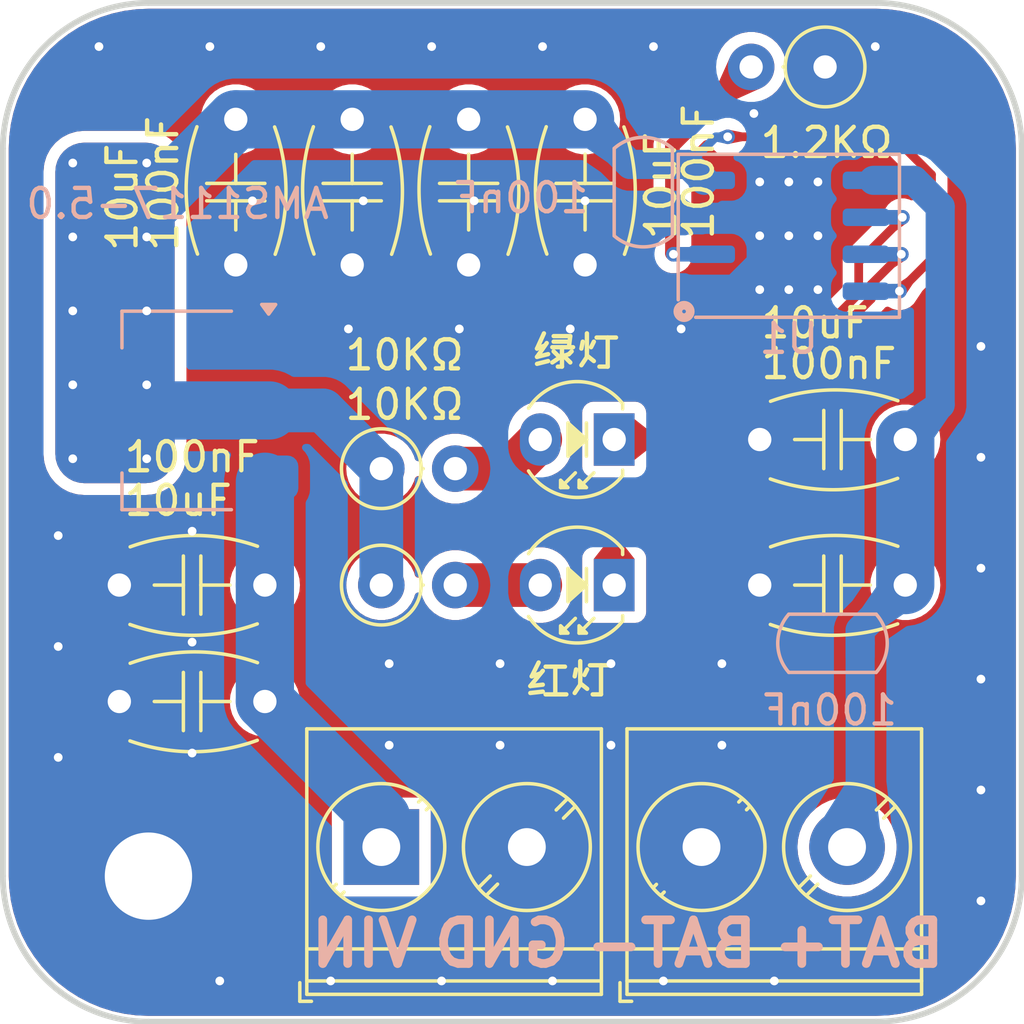
<source format=kicad_pcb>
(kicad_pcb (version 20240108) (generator "pcbnew") (generator_version "8.0")
  (layers (0 "F.Cu" signal) (31 "B.Cu" signal) (34 "B.Paste" user) (35 "F.Paste" user) (36 "B.SilkS" user "B.Silkscreen") (37 "F.SilkS" user "F.Silkscreen") (38 "B.Mask" user) (39 "F.Mask" user) (44 "Edge.Cuts" user))
  (net 0 "")
  (net 1 "GND")
  (net 2 "BAT")
  (net 3 "VCC")
  (net 4 "Net-(LED1-K)")
  (net 5 "Net-(LED1-A)")
  (net 6 "Net-(LED2-A)")
  (net 7 "Net-(LED2-K)")
  (net 8 "Net-(U1-PROG)")
  (net 9 "VIN")
  (footprint "PCM_LED_THT_AKL:LED_D3.0mm" (layer "F.Cu") (at 116 120 180)
    (property "Reference" "LED1" (hide yes))
    (property "Value" "红灯" (at 1.5 -3.3 0) (layer "F.SilkS"))
    (fp_line (start 1.3335 -1.143) (end 1.8415 -1.651) (stroke (width 0.12)) (layer "F.SilkS"))
    (fp_line (start 0.9525 -0.5715) (end 0.9525 0.5715) (stroke (width 0.12)) (layer "F.SilkS"))
    (fp_line (start 0.6985 -1.143) (end 1.2065 -1.651) (stroke (width 0.12)) (layer "F.SilkS"))
    (fp_line (start -0.29 1.05) (end -0.29 1.236) (stroke (width 0.12)) (layer "F.SilkS"))
    (fp_line (start -0.29 -1.236) (end -0.29 -1.05) (stroke (width 0.12)) (layer "F.SilkS"))
    (fp_arc (start 2.942335 1.078608) (mid 1.366487 1.987659) (end -0.29 1.235516) (stroke (width 0.12)) (layer "F.SilkS"))
    (fp_arc (start -0.29 -1.235516) (mid 1.366487 -1.987659) (end 2.942335 -1.078608) (stroke (width 0.12)) (layer "F.SilkS"))
    (fp_poly (pts (xy 1.8415 -1.397) (xy 1.5875 -1.651) (xy 1.8415 -1.651)) (stroke (width 0.12)) (fill solid) (layer "F.SilkS"))
    (fp_poly (pts (xy 1.5875 0.5715) (xy 0.9525 0) (xy 1.5875 -0.5715)) (stroke (width 0.12)) (fill solid) (layer "F.SilkS"))
    (fp_poly (pts (xy 1.2065 -1.397) (xy 0.9525 -1.651) (xy 1.2065 -1.651)) (stroke (width 0.12)) (fill solid) (layer "F.SilkS"))
    (pad "1" thru_hole rect (at 0 0 180) (size 1.4 1.8) (drill 0.8) (layers "*.Cu" "*.Mask") (net 4 "Net-(LED1-K)"))
    (pad "2" thru_hole oval (at 2.54 0 180) (size 1.4 1.8) (drill 0.8) (layers "*.Cu" "*.Mask") (net 5 "Net-(LED1-A)"))
  )
  (footprint "PCM_Resistor_THT_AKL:R_Axial_DIN0207_L6.3mm_D2.5mm_P2.54mm_Vertical" (layer "F.Cu") (at 123.245 102.2 180)
    (property "Reference" "R1" (hide yes))
    (property "Value" "1.2KΩ" (at -0.055 -2.6 0) (layer "F.SilkS"))
    (fp_line (start 1.37 0) (end 1.44 0) (stroke (width 0.12)) (layer "F.SilkS"))
    (fp_circle (center 0 0) (end 1.37 0) (stroke (width 0.12)) (fill none) (layer "F.SilkS"))
    (pad "1" thru_hole circle (at 0 0 180) (size 1.6 1.6) (drill 0.8) (layers "*.Cu" "*.Mask") (net 1 "GND"))
    (pad "2" thru_hole oval (at 2.54 0 180) (size 1.6 1.6) (drill 0.8) (layers "*.Cu" "*.Mask") (net 8 "Net-(U1-PROG)"))
  )
  (footprint "TerminalBlock_Phoenix:TerminalBlock_Phoenix_PT-1,5-2-5.0-H_1x02_P5.00mm_Horizontal" (layer "F.Cu") (at 108 129)
    (property "Reference" "P2" (hide yes))
    (property "Value" "Screw_Terminal_2_P5.00mm" (hide yes))
    (fp_line (start -2.8 4.66) (end -2.8 5.3) (stroke (width 0.12)) (layer "F.SilkS"))
    (fp_line (start -2.8 5.3) (end -2.4 5.3) (stroke (width 0.12)) (layer "F.SilkS"))
    (fp_line (start -2.56 -4.06) (end -2.56 5.06) (stroke (width 0.12)) (layer "F.SilkS"))
    (fp_line (start -2.56 -4.06) (end 7.56 -4.06) (stroke (width 0.12)) (layer "F.SilkS"))
    (fp_line (start -2.56 3.5) (end 7.56 3.5) (stroke (width 0.12)) (layer "F.SilkS"))
    (fp_line (start -2.56 4.6) (end 7.56 4.6) (stroke (width 0.12)) (layer "F.SilkS"))
    (fp_line (start -2.56 5.06) (end 7.56 5.06) (stroke (width 0.12)) (layer "F.SilkS"))
    (fp_line (start -1.548 1.281) (end -1.654 1.388) (stroke (width 0.12)) (layer "F.SilkS"))
    (fp_line (start -1.282 1.547) (end -1.388 1.654) (stroke (width 0.12)) (layer "F.SilkS"))
    (fp_line (start 1.388 -1.654) (end 1.281 -1.547) (stroke (width 0.12)) (layer "F.SilkS"))
    (fp_line (start 1.654 -1.388) (end 1.547 -1.281) (stroke (width 0.12)) (layer "F.SilkS"))
    (fp_line (start 3.742 0.992) (end 3.347 1.388) (stroke (width 0.12)) (layer "F.SilkS"))
    (fp_line (start 3.993 1.274) (end 3.613 1.654) (stroke (width 0.12)) (layer "F.SilkS"))
    (fp_line (start 6.388 -1.654) (end 6.008 -1.274) (stroke (width 0.12)) (layer "F.SilkS"))
    (fp_line (start 6.654 -1.388) (end 6.259 -0.992) (stroke (width 0.12)) (layer "F.SilkS"))
    (fp_line (start 7.56 -4.06) (end 7.56 5.06) (stroke (width 0.12)) (layer "F.SilkS"))
    (fp_circle (center 0 0) (end 2.18 0) (stroke (width 0.12)) (fill none) (layer "F.SilkS"))
    (fp_circle (center 5 0) (end 7.18 0) (stroke (width 0.12)) (fill none) (layer "F.SilkS"))
    (pad "1" thru_hole rect (at 0 0) (size 2.6 2.6) (drill 1.3) (layers "*.Cu" "*.Mask") (net 9 "VIN"))
    (pad "2" thru_hole circle (at 5 0) (size 2.6 2.6) (drill 1.3) (layers "*.Cu" "*.Mask") (net 1 "GND"))
  )
  (footprint "PCM_Capacitor_THT_US_AKL:C_Disc_D5.1mm_W3.2mm_P5.00mm" (layer "F.Cu") (at 126 115 180)
    (property "Reference" "C1" (hide yes))
    (property "Value" "10uF" (at 3.1 4 0) (layer "F.SilkS"))
    (fp_line (start 2.8 0) (end 3.8 0) (stroke (width 0.12)) (layer "F.SilkS"))
    (fp_line (start 2.8 -1) (end 2.8 1) (stroke (width 0.12)) (layer "F.SilkS"))
    (fp_line (start 2.2 0) (end 2.2 1) (stroke (width 0.12)) (layer "F.SilkS"))
    (fp_line (start 2.2 0) (end 2.2 -1) (stroke (width 0.12)) (layer "F.SilkS"))
    (fp_line (start 1.2 0) (end 2.2 0) (stroke (width 0.12)) (layer "F.SilkS"))
    (fp_arc (start 4.628144 1.313323) (mid 2.44283 1.704462) (end 0.254 1.3335) (stroke (width 0.12)) (layer "F.SilkS"))
    (fp_arc (start 0.261356 -1.3335) (mid 2.44667 -1.724639) (end 4.6355 -1.353676) (stroke (width 0.12)) (layer "F.SilkS"))
    (pad "1" thru_hole circle (at 0 0 180) (size 1.6 1.6) (drill 0.8) (layers "*.Cu" "*.Mask") (net 2 "BAT"))
    (pad "2" thru_hole circle (at 5 0 180) (size 1.6 1.6) (drill 0.8) (layers "*.Cu" "*.Mask") (net 1 "GND"))
  )
  (footprint "PCM_Capacitor_THT_US_AKL:C_Disc_D5.1mm_W3.2mm_P5.00mm" (layer "F.Cu") (at 103 104 -90)
    (property "Reference" "C9" (hide yes))
    (property "Value" "10uF" (at 2.676191 3.9 -90) (layer "F.SilkS"))
    (fp_line (start 1.2 0) (end 2.2 0) (stroke (width 0.12)) (layer "F.SilkS"))
    (fp_line (start 2.2 0) (end 2.2 1) (stroke (width 0.12)) (layer "F.SilkS"))
    (fp_line (start 2.2 0) (end 2.2 -1) (stroke (width 0.12)) (layer "F.SilkS"))
    (fp_line (start 2.8 0) (end 3.8 0) (stroke (width 0.12)) (layer "F.SilkS"))
    (fp_line (start 2.8 -1) (end 2.8 1) (stroke (width 0.12)) (layer "F.SilkS"))
    (fp_arc (start 4.628144 1.313323) (mid 2.44283 1.704462) (end 0.254 1.3335) (stroke (width 0.12)) (layer "F.SilkS"))
    (fp_arc (start 0.261356 -1.3335) (mid 2.44667 -1.724639) (end 4.6355 -1.353676) (stroke (width 0.12)) (layer "F.SilkS"))
    (pad "1" thru_hole circle (at 0 0 270) (size 1.6 1.6) (drill 0.8) (layers "*.Cu" "*.Mask") (net 3 "VCC"))
    (pad "2" thru_hole circle (at 5 0 270) (size 1.6 1.6) (drill 0.8) (layers "*.Cu" "*.Mask") (net 1 "GND"))
  )
  (footprint "PCM_Capacitor_THT_US_AKL:C_Disc_D5.1mm_W3.2mm_P5.00mm" (layer "F.Cu") (at 104 120 180)
    (property "Reference" "C8" (hide yes))
    (property "Value" "100nF" (at 2.5 4.4 180) (layer "F.SilkS"))
    (fp_line (start 2.8 0) (end 3.8 0) (stroke (width 0.12)) (layer "F.SilkS"))
    (fp_line (start 2.8 -1) (end 2.8 1) (stroke (width 0.12)) (layer "F.SilkS"))
    (fp_line (start 2.2 0) (end 2.2 1) (stroke (width 0.12)) (layer "F.SilkS"))
    (fp_line (start 2.2 0) (end 2.2 -1) (stroke (width 0.12)) (layer "F.SilkS"))
    (fp_line (start 1.2 0) (end 2.2 0) (stroke (width 0.12)) (layer "F.SilkS"))
    (fp_arc (start 4.628144 1.313323) (mid 2.44283 1.704462) (end 0.254 1.3335) (stroke (width 0.12)) (layer "F.SilkS"))
    (fp_arc (start 0.261356 -1.3335) (mid 2.44667 -1.724639) (end 4.6355 -1.353676) (stroke (width 0.12)) (layer "F.SilkS"))
    (pad "1" thru_hole circle (at 0 0 180) (size 1.6 1.6) (drill 0.8) (layers "*.Cu" "*.Mask") (net 9 "VIN"))
    (pad "2" thru_hole circle (at 5 0 180) (size 1.6 1.6) (drill 0.8) (layers "*.Cu" "*.Mask") (net 1 "GND"))
  )
  (footprint "MountingHole:MountingHole_3mm_Pad" (layer "F.Cu") (at 100 130)
    (property "Reference" "H1" (hide yes))
    (property "Value" "~" (hide yes))
    (pad "1" thru_hole circle (at 0 0) (size 6 6) (drill 3) (layers "*.Cu" "*.Mask") (net 1 "GND"))
  )
  (footprint "PCM_Capacitor_THT_US_AKL:C_Disc_D5.1mm_W3.2mm_P5.00mm" (layer "F.Cu") (at 115 104 -90)
    (property "Reference" "C5" (hide yes))
    (property "Value" "100nF" (at 1.8 -3.9 -90) (layer "F.SilkS"))
    (fp_line (start 1.2 0) (end 2.2 0) (stroke (width 0.12)) (layer "F.SilkS"))
    (fp_line (start 2.2 0) (end 2.2 1) (stroke (width 0.12)) (layer "F.SilkS"))
    (fp_line (start 2.2 0) (end 2.2 -1) (stroke (width 0.12)) (layer "F.SilkS"))
    (fp_line (start 2.8 0) (end 3.8 0) (stroke (width 0.12)) (layer "F.SilkS"))
    (fp_line (start 2.8 -1) (end 2.8 1) (stroke (width 0.12)) (layer "F.SilkS"))
    (fp_arc (start 4.628144 1.313323) (mid 2.44283 1.704462) (end 0.254 1.3335) (stroke (width 0.12)) (layer "F.SilkS"))
    (fp_arc (start 0.261356 -1.3335) (mid 2.44667 -1.724639) (end 4.6355 -1.353676) (stroke (width 0.12)) (layer "F.SilkS"))
    (pad "1" thru_hole circle (at 0 0 270) (size 1.6 1.6) (drill 0.8) (layers "*.Cu" "*.Mask") (net 3 "VCC"))
    (pad "2" thru_hole circle (at 5 0 270) (size 1.6 1.6) (drill 0.8) (layers "*.Cu" "*.Mask") (net 1 "GND"))
  )
  (footprint "PCM_Resistor_THT_AKL:R_Axial_DIN0207_L6.3mm_D2.5mm_P2.54mm_Vertical" (layer "F.Cu") (at 108 120)
    (property "Reference" "R2" (hide yes))
    (property "Value" "10KΩ" (at 0.8 -6.2 0) (layer "F.SilkS"))
    (fp_line (start 1.37 0) (end 1.44 0) (stroke (width 0.12)) (layer "F.SilkS"))
    (fp_circle (center 0 0) (end 1.37 0) (stroke (width 0.12)) (fill none) (layer "F.SilkS"))
    (pad "1" thru_hole circle (at 0 0) (size 1.6 1.6) (drill 0.8) (layers "*.Cu" "*.Mask") (net 3 "VCC"))
    (pad "2" thru_hole oval (at 2.54 0) (size 1.6 1.6) (drill 0.8) (layers "*.Cu" "*.Mask") (net 5 "Net-(LED1-A)"))
  )
  (footprint "PCM_Capacitor_THT_US_AKL:C_Disc_D5.1mm_W3.2mm_P5.00mm" (layer "F.Cu") (at 107 104 -90)
    (property "Reference" "C10" (hide yes))
    (property "Value" "100nF" (at 2.2 6.5 -90) (layer "F.SilkS"))
    (fp_line (start 1.2 0) (end 2.2 0) (stroke (width 0.12)) (layer "F.SilkS"))
    (fp_line (start 2.2 0) (end 2.2 1) (stroke (width 0.12)) (layer "F.SilkS"))
    (fp_line (start 2.2 0) (end 2.2 -1) (stroke (width 0.12)) (layer "F.SilkS"))
    (fp_line (start 2.8 0) (end 3.8 0) (stroke (width 0.12)) (layer "F.SilkS"))
    (fp_line (start 2.8 -1) (end 2.8 1) (stroke (width 0.12)) (layer "F.SilkS"))
    (fp_arc (start 4.628144 1.313323) (mid 2.44283 1.704462) (end 0.254 1.3335) (stroke (width 0.12)) (layer "F.SilkS"))
    (fp_arc (start 0.261356 -1.3335) (mid 2.44667 -1.724639) (end 4.6355 -1.353676) (stroke (width 0.12)) (layer "F.SilkS"))
    (pad "1" thru_hole circle (at 0 0 270) (size 1.6 1.6) (drill 0.8) (layers "*.Cu" "*.Mask") (net 3 "VCC"))
    (pad "2" thru_hole circle (at 5 0 270) (size 1.6 1.6) (drill 0.8) (layers "*.Cu" "*.Mask") (net 1 "GND"))
  )
  (footprint "TerminalBlock_Phoenix:TerminalBlock_Phoenix_PT-1,5-2-5.0-H_1x02_P5.00mm_Horizontal" (layer "F.Cu") (at 119 129)
    (property "Reference" "P1" (hide yes))
    (property "Value" "Screw_Terminal_2_P5.00mm" (hide yes))
    (fp_line (start -2.8 4.66) (end -2.8 5.3) (stroke (width 0.12)) (layer "F.SilkS"))
    (fp_line (start -2.8 5.3) (end -2.4 5.3) (stroke (width 0.12)) (layer "F.SilkS"))
    (fp_line (start -2.56 -4.06) (end -2.56 5.06) (stroke (width 0.12)) (layer "F.SilkS"))
    (fp_line (start -2.56 -4.06) (end 7.56 -4.06) (stroke (width 0.12)) (layer "F.SilkS"))
    (fp_line (start -2.56 3.5) (end 7.56 3.5) (stroke (width 0.12)) (layer "F.SilkS"))
    (fp_line (start -2.56 4.6) (end 7.56 4.6) (stroke (width 0.12)) (layer "F.SilkS"))
    (fp_line (start -2.56 5.06) (end 7.56 5.06) (stroke (width 0.12)) (layer "F.SilkS"))
    (fp_line (start -1.548 1.281) (end -1.654 1.388) (stroke (width 0.12)) (layer "F.SilkS"))
    (fp_line (start -1.282 1.547) (end -1.388 1.654) (stroke (width 0.12)) (layer "F.SilkS"))
    (fp_line (start 1.388 -1.654) (end 1.281 -1.547) (stroke (width 0.12)) (layer "F.SilkS"))
    (fp_line (start 1.654 -1.388) (end 1.547 -1.281) (stroke (width 0.12)) (layer "F.SilkS"))
    (fp_line (start 3.742 0.992) (end 3.347 1.388) (stroke (width 0.12)) (layer "F.SilkS"))
    (fp_line (start 3.993 1.274) (end 3.613 1.654) (stroke (width 0.12)) (layer "F.SilkS"))
    (fp_line (start 6.388 -1.654) (end 6.008 -1.274) (stroke (width 0.12)) (layer "F.SilkS"))
    (fp_line (start 6.654 -1.388) (end 6.259 -0.992) (stroke (width 0.12)) (layer "F.SilkS"))
    (fp_line (start 7.56 -4.06) (end 7.56 5.06) (stroke (width 0.12)) (layer "F.SilkS"))
    (fp_circle (center 0 0) (end 2.18 0) (stroke (width 0.12)) (fill none) (layer "F.SilkS"))
    (fp_circle (center 5 0) (end 7.18 0) (stroke (width 0.12)) (fill none) (layer "F.SilkS"))
    (pad "1" thru_hole rect (at 0 0) (size 2.6 2.6) (drill 1.3) (layers "*.Cu" "*.Mask") (net 1 "GND"))
    (pad "2" thru_hole circle (at 5 0) (size 2.6 2.6) (drill 1.3) (layers "*.Cu" "*.Mask") (net 2 "BAT"))
  )
  (footprint "PCM_Capacitor_THT_US_AKL:C_Disc_D5.1mm_W3.2mm_P5.00mm" (layer "F.Cu") (at 126 120 180)
    (property "Reference" "C2" (hide yes))
    (property "Value" "100nF" (at 2.623809 7.6 0) (layer "F.SilkS"))
    (fp_line (start 2.8 0) (end 3.8 0) (stroke (width 0.12)) (layer "F.SilkS"))
    (fp_line (start 2.8 -1) (end 2.8 1) (stroke (width 0.12)) (layer "F.SilkS"))
    (fp_line (start 2.2 0) (end 2.2 1) (stroke (width 0.12)) (layer "F.SilkS"))
    (fp_line (start 2.2 0) (end 2.2 -1) (stroke (width 0.12)) (layer "F.SilkS"))
    (fp_line (start 1.2 0) (end 2.2 0) (stroke (width 0.12)) (layer "F.SilkS"))
    (fp_arc (start 4.628144 1.313323) (mid 2.44283 1.704462) (end 0.254 1.3335) (stroke (width 0.12)) (layer "F.SilkS"))
    (fp_arc (start 0.261356 -1.3335) (mid 2.44667 -1.724639) (end 4.6355 -1.353676) (stroke (width 0.12)) (layer "F.SilkS"))
    (pad "1" thru_hole circle (at 0 0 180) (size 1.6 1.6) (drill 0.8) (layers "*.Cu" "*.Mask") (net 2 "BAT"))
    (pad "2" thru_hole circle (at 5 0 180) (size 1.6 1.6) (drill 0.8) (layers "*.Cu" "*.Mask") (net 1 "GND"))
  )
  (footprint "PCM_Capacitor_THT_US_AKL:C_Disc_D5.1mm_W3.2mm_P5.00mm" (layer "F.Cu") (at 111 104 -90)
    (property "Reference" "C4" (hide yes))
    (property "Value" "10uF" (at 2.276191 -6.6 -90) (layer "F.SilkS"))
    (fp_line (start 1.2 0) (end 2.2 0) (stroke (width 0.12)) (layer "F.SilkS"))
    (fp_line (start 2.2 0) (end 2.2 1) (stroke (width 0.12)) (layer "F.SilkS"))
    (fp_line (start 2.2 0) (end 2.2 -1) (stroke (width 0.12)) (layer "F.SilkS"))
    (fp_line (start 2.8 0) (end 3.8 0) (stroke (width 0.12)) (layer "F.SilkS"))
    (fp_line (start 2.8 -1) (end 2.8 1) (stroke (width 0.12)) (layer "F.SilkS"))
    (fp_arc (start 4.628144 1.313323) (mid 2.44283 1.704462) (end 0.254 1.3335) (stroke (width 0.12)) (layer "F.SilkS"))
    (fp_arc (start 0.261356 -1.3335) (mid 2.44667 -1.724639) (end 4.6355 -1.353676) (stroke (width 0.12)) (layer "F.SilkS"))
    (pad "1" thru_hole circle (at 0 0 270) (size 1.6 1.6) (drill 0.8) (layers "*.Cu" "*.Mask") (net 3 "VCC"))
    (pad "2" thru_hole circle (at 5 0 270) (size 1.6 1.6) (drill 0.8) (layers "*.Cu" "*.Mask") (net 1 "GND"))
  )
  (footprint "PCM_Resistor_THT_AKL:R_Axial_DIN0207_L6.3mm_D2.5mm_P2.54mm_Vertical" (layer "F.Cu") (at 108 116)
    (property "Reference" "R5" (hide yes))
    (property "Value" "10KΩ" (at 0.8 -3.9 0) (layer "F.SilkS"))
    (fp_line (start 1.37 0) (end 1.44 0) (stroke (width 0.12)) (layer "F.SilkS"))
    (fp_circle (center 0 0) (end 1.37 0) (stroke (width 0.12)) (fill none) (layer "F.SilkS"))
    (pad "1" thru_hole circle (at 0 0) (size 1.6 1.6) (drill 0.8) (layers "*.Cu" "*.Mask") (net 3 "VCC"))
    (pad "2" thru_hole oval (at 2.54 0) (size 1.6 1.6) (drill 0.8) (layers "*.Cu" "*.Mask") (net 6 "Net-(LED2-A)"))
  )
  (footprint "PCM_Capacitor_THT_US_AKL:C_Disc_D5.1mm_W3.2mm_P5.00mm" (layer "F.Cu") (at 104 124 180)
    (property "Reference" "C7" (hide yes))
    (property "Value" "10uF" (at 2.976191 6.9 180) (layer "F.SilkS"))
    (fp_line (start 2.8 0) (end 3.8 0) (stroke (width 0.12)) (layer "F.SilkS"))
    (fp_line (start 2.8 -1) (end 2.8 1) (stroke (width 0.12)) (layer "F.SilkS"))
    (fp_line (start 2.2 0) (end 2.2 1) (stroke (width 0.12)) (layer "F.SilkS"))
    (fp_line (start 2.2 0) (end 2.2 -1) (stroke (width 0.12)) (layer "F.SilkS"))
    (fp_line (start 1.2 0) (end 2.2 0) (stroke (width 0.12)) (layer "F.SilkS"))
    (fp_arc (start 4.628144 1.313323) (mid 2.44283 1.704462) (end 0.254 1.3335) (stroke (width 0.12)) (layer "F.SilkS"))
    (fp_arc (start 0.261356 -1.3335) (mid 2.44667 -1.724639) (end 4.6355 -1.353676) (stroke (width 0.12)) (layer "F.SilkS"))
    (pad "1" thru_hole circle (at 0 0 180) (size 1.6 1.6) (drill 0.8) (layers "*.Cu" "*.Mask") (net 9 "VIN"))
    (pad "2" thru_hole circle (at 5 0 180) (size 1.6 1.6) (drill 0.8) (layers "*.Cu" "*.Mask") (net 1 "GND"))
  )
  (footprint "PCM_LED_THT_AKL:LED_D3.0mm" (layer "F.Cu") (at 116 115 180)
    (property "Reference" "LED2" (hide yes))
    (property "Value" "绿灯" (at 1.27 2.96 0) (layer "F.SilkS"))
    (fp_line (start 1.3335 -1.143) (end 1.8415 -1.651) (stroke (width 0.12)) (layer "F.SilkS"))
    (fp_line (start 0.9525 -0.5715) (end 0.9525 0.5715) (stroke (width 0.12)) (layer "F.SilkS"))
    (fp_line (start 0.6985 -1.143) (end 1.2065 -1.651) (stroke (width 0.12)) (layer "F.SilkS"))
    (fp_line (start -0.29 1.05) (end -0.29 1.236) (stroke (width 0.12)) (layer "F.SilkS"))
    (fp_line (start -0.29 -1.236) (end -0.29 -1.05) (stroke (width 0.12)) (layer "F.SilkS"))
    (fp_arc (start 2.942335 1.078608) (mid 1.366487 1.987659) (end -0.29 1.235516) (stroke (width 0.12)) (layer "F.SilkS"))
    (fp_arc (start -0.29 -1.235516) (mid 1.366487 -1.987659) (end 2.942335 -1.078608) (stroke (width 0.12)) (layer "F.SilkS"))
    (fp_poly (pts (xy 1.8415 -1.397) (xy 1.5875 -1.651) (xy 1.8415 -1.651)) (stroke (width 0.12)) (fill solid) (layer "F.SilkS"))
    (fp_poly (pts (xy 1.5875 0.5715) (xy 0.9525 0) (xy 1.5875 -0.5715)) (stroke (width 0.12)) (fill solid) (layer "F.SilkS"))
    (fp_poly (pts (xy 1.2065 -1.397) (xy 0.9525 -1.651) (xy 1.2065 -1.651)) (stroke (width 0.12)) (fill solid) (layer "F.SilkS"))
    (pad "1" thru_hole rect (at 0 0 180) (size 1.4 1.8) (drill 0.8) (layers "*.Cu" "*.Mask") (net 7 "Net-(LED2-K)"))
    (pad "2" thru_hole oval (at 2.54 0 180) (size 1.4 1.8) (drill 0.8) (layers "*.Cu" "*.Mask") (net 6 "Net-(LED2-A)"))
  )
  (footprint "Package_TO_SOT_SMD:SOT-223-3_TabPin2" (layer "B.Cu") (at 101 114 180)
    (property "Reference" "U2" (hide yes))
    (property "Value" "AMS1117-5.0" (at 0 7.1 180) (layer "B.SilkS") (effects (justify mirror)))
    (fp_line (start 1.91 3.41) (end -1.85 3.41) (stroke (width 0.12)) (layer "B.SilkS"))
    (fp_line (start 1.91 2.15) (end 1.91 3.41) (stroke (width 0.12)) (layer "B.SilkS"))
    (fp_line (start 1.91 -2.15) (end 1.91 -3.41) (stroke (width 0.12)) (layer "B.SilkS"))
    (fp_line (start 1.91 -3.41) (end -1.85 -3.41) (stroke (width 0.12)) (layer "B.SilkS"))
    (fp_poly (pts (xy -3.13 3.31) (xy -3.37 3.64) (xy -2.89 3.64) (xy -3.13 3.31)) (stroke (width 0.12)) (fill solid) (layer "B.SilkS"))
    (pad "1" smd roundrect (at -3.15 2.3 180) (size 2 1.5) (layers "B.Cu" "B.Paste" "B.Mask") (net 1 "GND"))
    (pad "2" smd roundrect (at -3.15 0 180) (size 2 1.5) (layers "B.Cu" "B.Paste" "B.Mask") (net 3 "VCC"))
    (pad "2" smd roundrect (at 3.15 0 180) (size 2 3.8) (layers "B.Cu" "B.Paste" "B.Mask") (net 3 "VCC"))
    (pad "3" smd roundrect (at -3.15 -2.3 180) (size 2 1.5) (layers "B.Cu" "B.Paste" "B.Mask") (net 9 "VIN"))
  )
  (footprint "PCM_Capacitor_SMD_AKL:C_0805_2012Metric" (layer "B.Cu") (at 117 106.5 -90)
    (property "Reference" "C6" (hide yes))
    (property "Value" "100nF" (at 0.2 4.2 0) (layer "B.SilkS") (effects (justify mirror)))
    (fp_line (start -1.5 1) (end 1.5 1) (stroke (width 0.12)) (layer "B.SilkS"))
    (fp_line (start 1.5 -1) (end -1.5 -1) (stroke (width 0.12)) (layer "B.SilkS"))
    (fp_arc (start -1.5 1) (mid -1.880894 0) (end -1.5 -1) (stroke (width 0.12)) (layer "B.SilkS"))
    (fp_arc (start 1.5 -1) (mid 1.880894 0) (end 1.5 1) (stroke (width 0.12)) (layer "B.SilkS"))
    (pad "1" smd roundrect (at -0.95 0 270) (size 1 1.45) (layers "B.Cu" "B.Paste" "B.Mask") (net 3 "VCC"))
    (pad "2" smd roundrect (at 0.95 0 270) (size 1 1.45) (layers "B.Cu" "B.Paste" "B.Mask") (net 1 "GND"))
  )
  (footprint "PCM_Capacitor_SMD_AKL:C_0805_2012Metric" (layer "B.Cu") (at 123.5 122 180)
    (property "Reference" "C3" (hide yes))
    (property "Value" "100nF" (at 0.1 -2.3 0) (layer "B.SilkS") (effects (justify mirror)))
    (fp_line (start 1.5 -1) (end -1.5 -1) (stroke (width 0.12)) (layer "B.SilkS"))
    (fp_line (start -1.5 1) (end 1.5 1) (stroke (width 0.12)) (layer "B.SilkS"))
    (fp_arc (start 1.5 -1) (mid 1.880894 0) (end 1.5 1) (stroke (width 0.12)) (layer "B.SilkS"))
    (fp_arc (start -1.5 1) (mid -1.880894 0) (end -1.5 -1) (stroke (width 0.12)) (layer "B.SilkS"))
    (pad "1" smd roundrect (at -0.95 0 180) (size 1 1.45) (layers "B.Cu" "B.Paste" "B.Mask") (net 2 "BAT"))
    (pad "2" smd roundrect (at 0.95 0 180) (size 1 1.45) (layers "B.Cu" "B.Paste" "B.Mask") (net 1 "GND"))
  )
  (footprint "PCM_Package_SO_AKL:HSOP-8-1EP_3.9x4.9mm_P1.27mm_EP2.41x3.1mm_ThermalVias2" (layer "B.Cu") (at 122 108)
    (property "Reference" "U1" (at 0 3.533 0) (layer "B.SilkS") (effects (justify mirror)))
    (property "Value" "TP4056_ESOP-8" (hide yes))
    (fp_line (start -3.8 -2.8) (end 3.8 -2.8) (stroke (width 0.12)) (layer "B.SilkS"))
    (fp_line (start -3.8 2.2) (end -3.8 -2.8) (stroke (width 0.12)) (layer "B.SilkS"))
    (fp_line (start 3.8 -2.8) (end 3.8 2.8) (stroke (width 0.12)) (layer "B.SilkS"))
    (fp_line (start 3.8 2.8) (end -3.2 2.8) (stroke (width 0.12)) (layer "B.SilkS"))
    (fp_circle (center -3.6 2.6) (end -3.5365 2.6) (stroke (width 0.3)) (fill none) (layer "B.SilkS"))
    (pad "1" smd roundrect (at -2.65 1.905) (size 1.6 0.6) (layers "B.Cu" "B.Paste" "B.Mask") (net 1 "GND"))
    (pad "2" smd roundrect (at -2.65 0.635) (size 1.6 0.6) (layers "B.Cu" "B.Paste" "B.Mask") (net 8 "Net-(U1-PROG)"))
    (pad "3" smd roundrect (at -2.65 -0.635) (size 1.6 0.6) (layers "B.Cu" "B.Paste" "B.Mask") (net 1 "GND"))
    (pad "4" smd roundrect (at -2.65 -1.905) (size 1.6 0.6) (layers "B.Cu" "B.Paste" "B.Mask") (net 3 "VCC"))
    (pad "5" smd roundrect (at 2.65 -1.905) (size 1.6 0.6) (layers "B.Cu" "B.Paste" "B.Mask") (net 2 "BAT"))
    (pad "6" smd roundrect (at 2.65 -0.635) (size 1.6 0.6) (layers "B.Cu" "B.Paste" "B.Mask") (net 7 "Net-(LED2-K)"))
    (pad "7" smd roundrect (at 2.65 0.635) (size 1.6 0.6) (layers "B.Cu" "B.Paste" "B.Mask") (net 4 "Net-(LED1-K)"))
    (pad "8" smd roundrect (at 2.65 1.905) (size 1.6 0.6) (layers "B.Cu" "B.Paste" "B.Mask") (net 3 "VCC"))
    (pad "9" thru_hole circle (at -1 -1.85) (size 0.6 0.6) (drill 0.3) (property pad_prop_heatsink) (layers "*.Cu" "*.Mask") (net 1 "GND"))
    (pad "9" thru_hole circle (at -1 0) (size 0.6 0.6) (drill 0.3) (property pad_prop_heatsink) (layers "*.Cu" "*.Mask") (net 1 "GND"))
    (pad "9" thru_hole circle (at -1 1.85) (size 0.6 0.6) (drill 0.3) (property pad_prop_heatsink) (layers "*.Cu" "*.Mask") (net 1 "GND"))
    (pad "9" thru_hole circle (at 0 -1.85) (size 0.6 0.6) (drill 0.3) (property pad_prop_heatsink) (layers "*.Cu" "*.Mask") (net 1 "GND"))
    (pad "9" thru_hole circle (at 0 0) (size 0.6 0.6) (drill 0.3) (property pad_prop_heatsink) (layers "*.Cu" "*.Mask") (net 1 "GND"))
    (pad "9" smd roundrect (at 0 0) (size 2.6 4.1) (layers "B.Cu") (roundrect_rratio 0.09615384615) (net 1 "GND"))
    (pad "9" thru_hole circle (at 0 1.85) (size 0.6 0.6) (drill 0.3) (property pad_prop_heatsink) (layers "*.Cu" "*.Mask") (net 1 "GND"))
    (pad "9" thru_hole circle (at 1 -1.85) (size 0.6 0.6) (drill 0.3) (property pad_prop_heatsink) (layers "*.Cu" "*.Mask") (net 1 "GND"))
    (pad "9" thru_hole circle (at 1 0) (size 0.6 0.6) (drill 0.3) (property pad_prop_heatsink) (layers "*.Cu" "*.Mask") (net 1 "GND"))
    (pad "9" thru_hole circle (at 1 1.85) (size 0.6 0.6) (drill 0.3) (property pad_prop_heatsink) (layers "*.Cu" "*.Mask") (net 1 "GND"))
  )
  (gr_line (start 100 100) (end 125 100) (stroke (width 0.2)) (layer "Edge.Cuts"))
  (gr_line (start 125 135) (end 100 135) (stroke (width 0.2)) (layer "Edge.Cuts"))
  (gr_arc (start 100 135) (mid 96.464466 133.535534) (end 95 130) (stroke (width 0.2)) (layer "Edge.Cuts"))
  (gr_arc (start 95 105) (mid 96.464466 101.464466) (end 100 100) (stroke (width 0.2)) (layer "Edge.Cuts"))
  (gr_line (start 95 130) (end 95 105) (stroke (width 0.2)) (layer "Edge.Cuts"))
  (gr_arc (start 125 100) (mid 128.535534 101.464466) (end 130 105) (stroke (width 0.2)) (layer "Edge.Cuts"))
  (gr_arc (start 130 130) (mid 128.535534 133.535534) (end 125 135) (stroke (width 0.2)) (layer "Edge.Cuts"))
  (gr_line (start 130 105) (end 130 130) (stroke (width 0.2)) (layer "Edge.Cuts"))
  (gr_text "BAT-\n" (at 121.061905 133.2 0) (layer "B.SilkS") (effects (font (size 1.5 1.5) (thickness 0.3) (bold yes)) (justify left bottom mirror)))
  (gr_text "VIN" (at 109.4 133.2 0) (layer "B.SilkS") (effects (font (size 1.5 1.5) (thickness 0.3) (bold yes)) (justify left bottom mirror)))
  (gr_text "GND" (at 114.62381 133.2 0) (layer "B.SilkS") (effects (font (size 1.5 1.5) (thickness 0.3) (bold yes)) (justify left bottom mirror)))
  (gr_text "BAT+" (at 127.5 133.2 0) (layer "B.SilkS") (effects (font (size 1.5 1.5) (thickness 0.3) (bold yes)) (justify left bottom mirror)))
  (via (at 108.27 125.5) (size 0.5) (drill 0.3) (layers "F.Cu" "B.Cu") (net 1))
  (via (at 112.08 125.5) (size 0.5) (drill 0.3) (layers "F.Cu" "B.Cu") (net 1))
  (via (at 96.9 122.11) (size 0.5) (drill 0.3) (layers "F.Cu" "B.Cu") (net 1))
  (via (at 119.7 122.7) (size 0.5) (drill 0.3) (layers "F.Cu" "B.Cu") (net 1))
  (via (at 106.26 133.6) (size 0.5) (drill 0.3) (layers "F.Cu" "B.Cu") (net 1))
  (via (at 118.3 111.2) (size 0.5) (drill 0.3) (layers "F.Cu" "B.Cu") (net 1))
  (via (at 106.87 111.2) (size 0.5) (drill 0.3) (layers "F.Cu" "B.Cu") (net 1))
  (via (at 128.6 127.04) (size 0.5) (drill 0.3) (layers "F.Cu" "B.Cu") (net 1))
  (via (at 110.68 111.2) (size 0.5) (drill 0.3) (layers "F.Cu" "B.Cu") (net 1))
  (via (at 120.8 103.8) (size 0.5) (drill 0.3) (layers "F.Cu" "B.Cu") (net 1))
  (via (at 124.97 101.5) (size 0.5) (drill 0.3) (layers "F.Cu" "B.Cu") (net 1))
  (via (at 96.9 118.3) (size 0.5) (drill 0.3) (layers "F.Cu" "B.Cu") (net 1))
  (via (at 109.73 101.5) (size 0.5) (drill 0.3) (layers "F.Cu" "B.Cu") (net 1))
  (via (at 103.57 106.8) (size 0.5) (drill 0.3) (layers "F.Cu" "B.Cu") (net 1))
  (via (at 114.49 111.2) (size 0.5) (drill 0.3) (layers "F.Cu" "B.Cu") (net 1))
  (via (at 115.89 125.5) (size 0.5) (drill 0.3) (layers "F.Cu" "B.Cu") (net 1))
  (via (at 115 106.8) (size 0.5) (drill 0.3) (layers "F.Cu" "B.Cu") (net 1))
  (via (at 128.6 119.42) (size 0.5) (drill 0.3) (layers "F.Cu" "B.Cu") (net 1))
  (via (at 128.6 130.85) (size 0.5) (drill 0.3) (layers "F.Cu" "B.Cu") (net 1))
  (via (at 105.92 101.5) (size 0.5) (drill 0.3) (layers "F.Cu" "B.Cu") (net 1))
  (via (at 128.6 111.8) (size 0.5) (drill 0.3) (layers "F.Cu" "B.Cu") (net 1))
  (via (at 117.35 101.5) (size 0.5) (drill 0.3) (layers "F.Cu" "B.Cu") (net 1))
  (via (at 98.3 101.5) (size 0.5) (drill 0.3) (layers "F.Cu" "B.Cu") (net 1))
  (via (at 113.88 133.6) (size 0.5) (drill 0.3) (layers "F.Cu" "B.Cu") (net 1))
  (via (at 96.9 125.92) (size 0.5) (drill 0.3) (layers "F.Cu" "B.Cu") (net 1))
  (via (at 102.11 101.5) (size 0.5) (drill 0.3) (layers "F.Cu" "B.Cu") (net 1))
  (via (at 102.45 133.6) (size 0.5) (drill 0.3) (layers "F.Cu" "B.Cu") (net 1))
  (via (at 108.27 122.7) (size 0.5) (drill 0.3) (layers "F.Cu" "B.Cu") (net 1))
  (via (at 128.6 115.61) (size 0.5) (drill 0.3) (layers "F.Cu" "B.Cu") (net 1))
  (via (at 121.5 133.6) (size 0.5) (drill 0.3) (layers "F.Cu" "B.Cu") (net 1))
  (via (at 115.89 122.7) (size 0.5) (drill 0.3) (layers "F.Cu" "B.Cu") (net 1))
  (via (at 101.5 125.77) (size 0.5) (drill 0.3) (layers "F.Cu" "B.Cu") (net 1))
  (via (at 119.7 125.5) (size 0.5) (drill 0.3) (layers "F.Cu" "B.Cu") (net 1))
  (via (at 113.54 101.5) (size 0.5) (drill 0.3) (layers "F.Cu" "B.Cu") (net 1))
  (via (at 101.5 118.15) (size 0.5) (drill 0.3) (layers "F.Cu" "B.Cu") (net 1))
  (via (at 128.6 123.23) (size 0.5) (drill 0.3) (layers "F.Cu" "B.Cu") (net 1))
  (via (at 111.19 106.8) (size 0.5) (drill 0.3) (layers "F.Cu" "B.Cu") (net 1))
  (via (at 107.38 106.8) (size 0.5) (drill 0.3) (layers "F.Cu" "B.Cu") (net 1))
  (via (at 117.69 133.6) (size 0.5) (drill 0.3) (layers "F.Cu" "B.Cu") (net 1))
  (via (at 112.08 122.7) (size 0.5) (drill 0.3) (layers "F.Cu" "B.Cu") (net 1))
  (via (at 101.5 121.96) (size 0.5) (drill 0.3) (layers "F.Cu" "B.Cu") (net 1))
  (via (at 110.07 133.6) (size 0.5) (drill 0.3) (layers "F.Cu" "B.Cu") (net 1))
  (segment (start 119.0915 109.905) (end 120.095 109.905) (width 1) (layer "B.Cu") (net 1))
  (segment (start 109 133) (end 103 133) (width 2) (layer "B.Cu") (net 1))
  (segment (start 119.0915 107.365) (end 121.365 107.365) (width 1) (layer "B.Cu") (net 1))
  (segment (start 122 114) (end 121 115) (width 2) (layer "B.Cu") (net 1))
  (segment (start 103 133) (end 100 130) (width 2) (layer "B.Cu") (net 1))
  (segment (start 121.365 107.365) (end 122 108) (width 1) (layer "B.Cu") (net 1))
  (segment (start 122 103.445) (end 123.245 102.2) (width 1) (layer "B.Cu") (net 1))
  (segment (start 99 120) (end 99 129) (width 2) (layer "B.Cu") (net 1))
  (segment (start 119.0065 107.45) (end 119.0915 107.365) (width 1) (layer "B.Cu") (net 1))
  (segment (start 103 110.55) (end 104.15 111.7) (width 1.5) (layer "B.Cu") (net 1))
  (segment (start 122.55 122) (end 122.55 125.45) (width 1) (layer "B.Cu") (net 1))
  (segment (start 122.55 125.45) (end 119 129) (width 1) (layer "B.Cu") (net 1))
  (segment (start 99 129) (end 100 130) (width 2) (layer "B.Cu") (net 1))
  (segment (start 116.55 107.45) (end 115 109) (width 1) (layer "B.Cu") (net 1))
  (segment (start 113 129) (end 119 129) (width 2) (layer "B.Cu") (net 1))
  (segment (start 107 109) (end 103 109) (width 1.5) (layer "B.Cu") (net 1))
  (segment (start 122 108) (end 122 103.445) (width 1) (layer "B.Cu") (net 1))
  (segment (start 122.55 122) (end 122.55 121.55) (width 1) (layer "B.Cu") (net 1))
  (segment (start 117 107.45) (end 119.0065 107.45) (width 1) (layer "B.Cu") (net 1))
  (segment (start 117 107.45) (end 116.55 107.45) (width 1) (layer "B.Cu") (net 1))
  (segment (start 111 109) (end 107 109) (width 1.5) (layer "B.Cu") (net 1))
  (segment (start 113 129) (end 109 133) (width 2) (layer "B.Cu") (net 1))
  (segment (start 103 109) (end 103 110.55) (width 1.5) (layer "B.Cu") (net 1))
  (segment (start 120.095 109.905) (end 122 108) (width 1) (layer "B.Cu") (net 1))
  (segment (start 122 108) (end 122 114) (width 2) (layer "B.Cu") (net 1))
  (segment (start 121 120) (end 121 115) (width 2) (layer "B.Cu") (net 1))
  (segment (start 111 109) (end 115 109) (width 1.5) (layer "B.Cu") (net 1))
  (segment (start 122.55 121.55) (end 121 120) (width 1) (layer "B.Cu") (net 1))
  (segment (start 124.9085 106.095) (end 126.295 106.095) (width 1) (layer "B.Cu") (net 2))
  (segment (start 124.45 121.55) (end 126 120) (width 1) (layer "B.Cu") (net 2))
  (segment (start 124.45 122) (end 124.45 121.55) (width 1) (layer "B.Cu") (net 2))
  (segment (start 124.45 128.55) (end 124 129) (width 1) (layer "B.Cu") (net 2))
  (segment (start 127.2 107) (end 127.2 113.8) (width 1) (layer "B.Cu") (net 2))
  (segment (start 126.295 106.095) (end 127.2 107) (width 1) (layer "B.Cu") (net 2))
  (segment (start 124.45 122) (end 124.45 128.55) (width 1) (layer "B.Cu") (net 2))
  (segment (start 126 115) (end 126 120) (width 2) (layer "B.Cu") (net 2))
  (segment (start 127.2 113.8) (end 126 115) (width 1) (layer "B.Cu") (net 2))
  (segment (start 126.9 108.8) (end 126.9 105.9) (width 0.3) (layer "F.Cu") (net 3))
  (segment (start 125.6 104.6) (end 119.9 104.6) (width 0.3) (layer "F.Cu") (net 3))
  (segment (start 125.8 109.9) (end 126.9 108.8) (width 0.3) (layer "F.Cu") (net 3))
  (segment (start 126.9 105.9) (end 125.6 104.6) (width 0.3) (layer "F.Cu") (net 3))
  (via (at 99.94 110.58) (size 0.5) (drill 0.3) (layers "F.Cu" "B.Cu") (net 3))
  (via (at 97.4 115.66) (size 0.5) (drill 0.3) (layers "F.Cu" "B.Cu") (net 3))
  (via (at 97.4 113.12) (size 0.5) (drill 0.3) (layers "F.Cu" "B.Cu") (net 3))
  (via (at 97.4 108.04) (size 0.5) (drill 0.3) (layers "F.Cu" "B.Cu") (net 3))
  (via (at 119.9 104.6) (size 0.5) (drill 0.3) (layers "F.Cu" "B.Cu") (net 3))
  (via (at 97.4 110.58) (size 0.5) (drill 0.3) (layers "F.Cu" "B.Cu") (net 3))
  (via (at 99.94 108.04) (size 0.5) (drill 0.3) (layers "F.Cu" "B.Cu") (net 3))
  (via (at 99.94 105.5) (size 0.5) (drill 0.3) (layers "F.Cu" "B.Cu") (net 3))
  (via (at 125.8 109.9) (size 0.5) (drill 0.3) (layers "F.Cu" "B.Cu") (net 3))
  (via (at 99.94 115.66) (size 0.5) (drill 0.3) (layers "F.Cu" "B.Cu") (net 3))
  (via (at 97.4 105.5) (size 0.5) (drill 0.3) (layers "F.Cu" "B.Cu") (net 3))
  (via (at 99.94 113.12) (size 0.5) (drill 0.3) (layers "F.Cu" "B.Cu") (net 3))
  (segment (start 116.55 105.55) (end 115 104) (width 1) (layer "B.Cu") (net 3))
  (segment (start 103 104) (end 115 104) (width 2) (layer "B.Cu") (net 3))
  (segment (start 104.15 114) (end 106 114) (width 1.5) (layer "B.Cu") (net 3))
  (segment (start 97.85 109.15) (end 103 104) (width 2) (layer "B.Cu") (net 3))
  (segment (start 106 114) (end 108 116) (width 1.5) (layer "B.Cu") (net 3))
  (segment (start 118.5465 105.55) (end 119.0915 106.095) (width 1) (layer "B.Cu") (net 3))
  (segment (start 117 105.55) (end 116.55 105.55) (width 1) (layer "B.Cu") (net 3))
  (segment (start 117 105.55) (end 118.5465 105.55) (width 1) (layer "B.Cu") (net 3))
  (segment (start 108 120) (end 108 116) (width 1.5) (layer "B.Cu") (net 3))
  (segment (start 119.9 104.6) (end 119.4965 104.6) (width 0.3) (layer "B.Cu") (net 3))
  (segment (start 124.9085 109.905) (end 125.8 109.9) (width 0.5) (layer "B.Cu") (net 3))
  (segment (start 119.4965 104.6) (end 118.5465 105.55) (width 0.3) (layer "B.Cu") (net 3))
  (segment (start 125.8 109.9) (end 125.795 109.905) (width 0.5) (layer "B.Cu") (net 3))
  (segment (start 97.85 114) (end 97.85 109.15) (width 2) (layer "B.Cu") (net 3))
  (segment (start 111 104) (end 115 104) (width 1.5) (layer "B.Cu") (net 3))
  (segment (start 104.15 114) (end 97.85 114) (width 2) (layer "B.Cu") (net 3))
  (segment (start 116 120) (end 116 117.4) (width 0.3) (layer "F.Cu") (net 4))
  (segment (start 120.6 112.8) (end 122.2 112.8) (width 0.3) (layer "F.Cu") (net 4))
  (segment (start 116 117.4) (end 120.6 112.8) (width 0.3) (layer "F.Cu") (net 4))
  (segment (start 124.83 109.67) (end 125.865 108.635) (width 0.3) (layer "F.Cu") (net 4))
  (segment (start 124.83 110.17) (end 124.83 109.67) (width 0.3) (layer "F.Cu") (net 4))
  (segment (start 122.2 112.8) (end 124.83 110.17) (width 0.3) (layer "F.Cu") (net 4))
  (via (at 125.865 108.635) (size 0.5) (drill 0.3) (layers "F.Cu" "B.Cu") (net 4))
  (segment (start 124.9085 108.635) (end 125.865 108.635) (width 0.5) (layer "B.Cu") (net 4))
  (segment (start 110.54 120) (end 113.46 120) (width 1.5) (layer "F.Cu") (net 5))
  (segment (start 112.46 116) (end 113.46 115) (width 1.5) (layer "F.Cu") (net 6))
  (segment (start 110.54 116) (end 112.46 116) (width 1.5) (layer "F.Cu") (net 6))
  (segment (start 124.4 109.991888) (end 124.4 108.9) (width 0.3) (layer "F.Cu") (net 7))
  (segment (start 125.9 107.4) (end 125.9 107.365) (width 0.3) (layer "F.Cu") (net 7))
  (segment (start 120.421888 112.37) (end 122.021888 112.37) (width 0.3) (layer "F.Cu") (net 7))
  (segment (start 116 115) (end 117.791888 115) (width 0.3) (layer "F.Cu") (net 7))
  (segment (start 117.791888 115) (end 120.421888 112.37) (width 0.3) (layer "F.Cu") (net 7))
  (segment (start 124.4 108.9) (end 125.9 107.4) (width 0.3) (layer "F.Cu") (net 7))
  (segment (start 122.021888 112.37) (end 124.4 109.991888) (width 0.3) (layer "F.Cu") (net 7))
  (via (at 125.9 107.365) (size 0.5) (drill 0.3) (layers "F.Cu" "B.Cu") (net 7))
  (segment (start 124.9085 107.365) (end 125.9 107.365) (width 0.5) (layer "B.Cu") (net 7))
  (segment (start 118.035 108.635) (end 118 108.6) (width 0.5) (layer "F.Cu") (net 8))
  (segment (start 118 104.905) (end 120.705 102.2) (width 0.5) (layer "F.Cu") (net 8))
  (segment (start 118 108.6) (end 118 104.905) (width 0.5) (layer "F.Cu") (net 8))
  (via (at 118.035 108.635) (size 0.5) (drill 0.3) (layers "F.Cu" "B.Cu") (net 8))
  (segment (start 119.0915 108.635) (end 118.035 108.635) (width 0.5) (layer "B.Cu") (net 8))
  (segment (start 108 128) (end 104 124) (width 2) (layer "B.Cu") (net 9))
  (segment (start 104 124) (end 104 120) (width 2) (layer "B.Cu") (net 9))
  (segment (start 104 120) (end 104 116.45) (width 2) (layer "B.Cu") (net 9))
  (segment (start 108 129) (end 108 128) (width 1.5) (layer "B.Cu") (net 9))
  (segment (start 104 116.45) (end 104.15 116.3) (width 1.5) (layer "B.Cu") (net 9))
  (zone (net 3) (net_name "VCC") (layers "F&B.Cu") (name "F_B_VCC") (priority 3) (connect_pads yes (clearance 0.4)) (min_thickness 0.25) (fill yes (thermal_gap 0.25) (thermal_bridge_width 0.5) (smoothing fillet) (radius 1))
    (polygon (pts (xy 96.8 104.8) (xy 96.8 116.5) (xy 100.9 116.5) (xy 100.9 104.8)))
  )
  (zone (net 1) (net_name "GND") (layers "F&B.Cu") (name "F_B_GND") (priority 1) (connect_pads yes (clearance 0.4)) (min_thickness 0.25) (fill yes (thermal_gap 0.25) (thermal_bridge_width 0.5) (smoothing fillet) (radius 5))
    (polygon (pts (xy 95 100) (xy 95 135) (xy 130 135) (xy 130 100)))
  )
)
</source>
